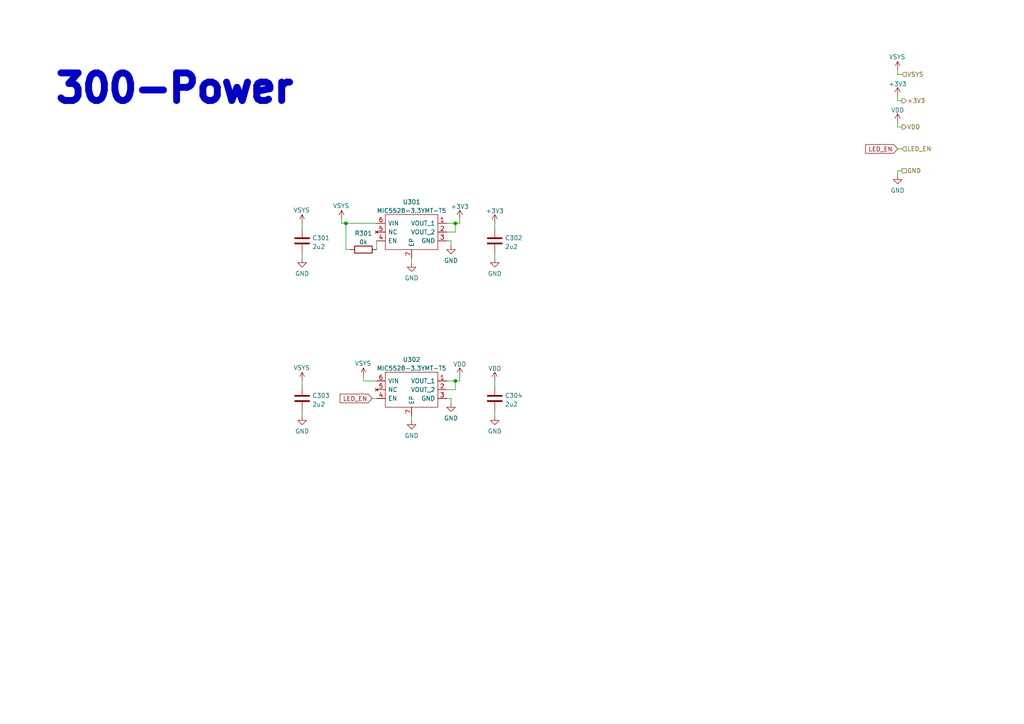
<source format=kicad_sch>
(kicad_sch (version 20211123) (generator eeschema)
  (paper "A4")
  (lib_symbols
    (symbol "Component lib:C" (pin_numbers hide) (pin_names (offset 0.254))
      (property "Reference" "C" (at 0.635 -1.27 0))
      (property "Value" "C" (at 0.635 -6.35 0))
      (symbol "C_0_1"
        (polyline (pts (xy -2.032 -4.572) (xy 2.032 -4.572)) (stroke (width 0.508)))
        (polyline (pts (xy -2.032 -3.048) (xy 2.032 -3.048)) (stroke (width 0.508)))
      )
      (symbol "C_1_1"
        (pin passive line (at 0 0 270) (length 2.794) (name "~") (number "1"))
        (pin passive line (at 0 -7.62 90) (length 2.794) (name "~") (number "2"))
      )
    )
    (symbol "Component lib:MIC5528-3.3YMT-T5" (pin_names (offset 0.762))
      (property "Reference" "U" (at 2.54 5.08 0))
      (property "Value" "MIC5528-3.3YMT-T5" (at 12.7 5.08 0))
      (symbol "MIC5528-3.3YMT-T5_0_0"
        (pin passive line (at 20.32 0 180) (length 2.54) (name "VOUT_1") (number "1"))
        (pin passive line (at 20.32 -2.54 180) (length 2.54) (name "VOUT_2") (number "2"))
        (pin passive line (at 20.32 -5.08 180) (length 2.54) (name "GND") (number "3"))
        (pin passive line (at 0 -5.08 0) (length 2.54) (name "EN") (number "4"))
        (pin no_connect line (at 0 -2.54 0) (length 2.54) (name "NC") (number "5"))
        (pin passive line (at 0 0 0) (length 2.54) (name "VIN") (number "6"))
        (pin passive line (at 10.16 -10.16 90) (length 2.54) (name "EP") (number "7"))
      )
      (symbol "MIC5528-3.3YMT-T5_0_1"
        (rectangle (start 2.54 2.54) (end 17.78 -7.62) (stroke (width 0.1524)))
      )
    )
    (symbol "Component lib:R" (pin_numbers hide) (pin_names (offset 0))
      (property "Reference" "R" (at 2.032 -3.81 90))
      (property "Value" "R" (at 0 -3.81 90))
      (symbol "R_0_1"
        (rectangle (start -1.016 -6.35) (end 1.016 -1.27) (stroke (width 0.254)))
      )
      (symbol "R_1_1"
        (pin passive line (at 0 0 270) (length 1.27) (name "~") (number "1"))
        (pin passive line (at 0 -7.62 90) (length 1.27) (name "~") (number "2"))
      )
    )
    (symbol "Component_lib:VSYS" (power) (pin_numbers hide) (in_bom no) (on_board no)
      (property "Value" "VSYS" (at 0 3.81 0))
      (symbol "VSYS_0_0"
        (pin passive line (at 0 0 90) (length 2.54) hide (name "") (number ""))
      )
      (symbol "VSYS_0_1"
        (polyline (pts (xy 0 0) (xy 0 2.54) (xy 0.635 1.27) (xy 0 2.54) (xy -0.635 1.27)) (stroke (width 0.1524)))
      )
    )
    (symbol "power:+3V3" (power) (pin_names (offset 0))
      (property "Value" "+3V3" (at 0 3.556 0))
      (symbol "+3V3_0_1"
        (polyline (pts (xy -0.762 1.27) (xy 0 2.54)))
        (polyline (pts (xy 0 0) (xy 0 2.54)))
        (polyline (pts (xy 0 2.54) (xy 0.762 1.27)))
      )
      (symbol "+3V3_1_1"
        (pin power_in line (at 0 0 90) (length 0) hide (name "+3V3") (number "1"))
      )
    )
    (symbol "power:GND" (power) (pin_names (offset 0))
      (property "Value" "GND" (at 0 -3.81 0))
      (symbol "GND_0_1"
        (polyline (pts (xy 0 0) (xy 0 -1.27) (xy 1.27 -1.27) (xy 0 -2.54) (xy -1.27 -1.27) (xy 0 -1.27)))
      )
      (symbol "GND_1_1"
        (pin power_in line (at 0 0 270) (length 0) hide (name "GND") (number "1"))
      )
    )
    (symbol "power:VDD" (power) (pin_names (offset 0))
      (property "Value" "VDD" (at 0 3.81 0))
      (symbol "VDD_0_1"
        (polyline (pts (xy -0.762 1.27) (xy 0 2.54)))
        (polyline (pts (xy 0 0) (xy 0 2.54)))
        (polyline (pts (xy 0 2.54) (xy 0.762 1.27)))
      )
      (symbol "VDD_1_1"
        (pin power_in line (at 0 0 90) (length 0) hide (name "VDD") (number "1"))
      )
    )
  )
  (junction (at 132.08 64.77))
  (junction (at 132.08 110.49))
  (junction (at 100.33 64.77))
  (wire (pts (xy 129.54 69.85) (xy 130.81 69.85)))
  (wire (pts (xy 260.35 29.21) (xy 261.62 29.21)))
  (wire (pts (xy 87.63 64.77) (xy 87.63 66.04)))
  (wire (pts (xy 133.35 63.5) (xy 133.35 64.77)))
  (wire (pts (xy 132.08 67.31) (xy 129.54 67.31)))
  (wire (pts (xy 143.51 110.49) (xy 143.51 111.76)))
  (wire (pts (xy 130.81 69.85) (xy 130.81 71.12)))
  (wire (pts (xy 109.22 72.39) (xy 109.22 69.85)))
  (wire (pts (xy 87.63 73.66) (xy 87.63 74.93)))
  (wire (pts (xy 99.06 63.5) (xy 99.06 64.77)))
  (wire (pts (xy 130.81 115.57) (xy 130.81 116.84)))
  (wire (pts (xy 260.35 49.53) (xy 261.62 49.53)))
  (wire (pts (xy 100.33 64.77) (xy 109.22 64.77)))
  (wire (pts (xy 100.33 64.77) (xy 99.06 64.77)))
  (wire (pts (xy 133.35 110.49) (xy 132.08 110.49)))
  (wire (pts (xy 129.54 64.77) (xy 132.08 64.77)))
  (wire (pts (xy 133.35 64.77) (xy 132.08 64.77)))
  (wire (pts (xy 260.35 20.32) (xy 260.35 21.59)))
  (wire (pts (xy 143.51 64.77) (xy 143.51 66.04)))
  (wire (pts (xy 132.08 64.77) (xy 132.08 67.31)))
  (wire (pts (xy 87.63 119.38) (xy 87.63 120.65)))
  (wire (pts (xy 119.38 120.65) (xy 119.38 121.92)))
  (wire (pts (xy 143.51 73.66) (xy 143.51 74.93)))
  (wire (pts (xy 87.63 110.49) (xy 87.63 111.76)))
  (wire (pts (xy 132.08 110.49) (xy 132.08 113.03)))
  (wire (pts (xy 105.41 110.49) (xy 109.22 110.49)))
  (wire (pts (xy 260.35 50.8) (xy 260.35 49.53)))
  (wire (pts (xy 260.35 36.83) (xy 261.62 36.83)))
  (wire (pts (xy 260.35 43.18) (xy 261.62 43.18)))
  (wire (pts (xy 133.35 109.22) (xy 133.35 110.49)))
  (wire (pts (xy 143.51 119.38) (xy 143.51 120.65)))
  (wire (pts (xy 260.35 21.59) (xy 261.62 21.59)))
  (wire (pts (xy 100.33 72.39) (xy 100.33 64.77)))
  (wire (pts (xy 260.35 27.94) (xy 260.35 29.21)))
  (wire (pts (xy 132.08 113.03) (xy 129.54 113.03)))
  (wire (pts (xy 107.95 115.57) (xy 109.22 115.57)))
  (wire (pts (xy 129.54 115.57) (xy 130.81 115.57)))
  (wire (pts (xy 101.6 72.39) (xy 100.33 72.39)))
  (wire (pts (xy 105.41 109.22) (xy 105.41 110.49)))
  (wire (pts (xy 129.54 110.49) (xy 132.08 110.49)))
  (wire (pts (xy 260.35 35.56) (xy 260.35 36.83)))
  (wire (pts (xy 119.38 74.93) (xy 119.38 76.2)))
  (text "300-Power\n" (at 15.24 30.48 0) (effects (font (size 8 8) (thickness 3) bold) (justify left bottom)))
  (global_label "LED_EN" (shape input) (at 260.35 43.18 180) (property "Intersheet References" "${INTERSHEET_REFS}" (effects hide)))
  (global_label "LED_EN" (shape input) (at 107.95 115.57 180) (property "Intersheet References" "${INTERSHEET_REFS}" (effects hide)))
  (hierarchical_label "VDD" (shape output) (at 261.62 36.83 0))
  (hierarchical_label "+3V3" (shape output) (at 261.62 29.21 0))
  (hierarchical_label "VSYS" (shape input) (at 261.62 21.59 0))
  (hierarchical_label "GND" (shape passive) (at 261.62 49.53 0))
  (hierarchical_label "LED_EN" (shape input) (at 261.62 43.18 0))
  (symbol (lib_id "power:GND") (at 260.35 50.8 0) (unit 1)
    (property "Reference" "#PWR0303" (effects hide))
    (property "Value" "GND" (at 260.35 55.2434 0))
  )
  (symbol (lib_id "power:+3V3") (at 143.51 64.77 0) (unit 1)
    (property "Reference" "#PWR0305" (effects hide))
    (property "Value" "+3V3" (at 143.51 61.1942 0))
  )
  (symbol (lib_id "power:VDD") (at 133.35 109.22 0) (unit 1)
    (property "Reference" "#PWR0310" (effects hide))
    (property "Value" "VDD" (at 133.35 105.6442 0))
  )
  (symbol (lib_id "Component lib:MIC5528-3.3YMT-T5") (at 109.22 110.49 0) (unit 1)
    (property "Reference" "U302" (at 119.38 104.301 0))
    (property "Value" "MIC5528-3.3YMT-T5" (at 119.38 106.8379 0))
    (property "Footprint" "Component_lib:SON40P120X120X60-7N-D" (effects hide))
    (property "Datasheet" "https://www.mouser.ch/datasheet/2/268/MIC5528_High_Performance_500mA_LDO_in_Thin_and_Ext-1891284.pdf" (effects hide))
    (property "Description" "LDO Voltage Regulators Single, 500mA LDO w/ Auto Discharge & Internal Enable Pulldown" (effects hide))
    (property "Height" "0.6" (effects hide))
    (property "Mouser Part Number" "998-MIC5528-3.3YMTT5" (effects hide))
    (property "Mouser Price/Stock" "https://www.mouser.co.uk/ProductDetail/Microchip-Technology/MIC5528-33YMT-T5?qs=U6T8BxXiZAUrsVLummtswg%3D%3D" (effects hide))
    (property "Manufacturer_Name" "Microchip" (effects hide))
    (property "Manufacturer_Part_Number" "MIC5528-3.3YMT-T5" (effects hide))
  )
  (symbol (lib_id "power:+3V3") (at 260.35 27.94 0) (unit 1)
    (property "Reference" "#PWR0301" (effects hide))
    (property "Value" "+3V3" (at 260.35 24.3642 0))
  )
  (symbol (lib_id "Component_lib:VSYS") (at 87.63 64.77 0) (unit 1) (in_bom no) (on_board no)
    (property "Reference" "VSYS0303" (effects hide))
    (property "Value" "VSYS" (at 85.09 60.96 0) (effects (justify left)))
  )
  (symbol (lib_id "power:GND") (at 119.38 121.92 0) (unit 1)
    (property "Reference" "#PWR0315" (effects hide))
    (property "Value" "GND" (at 119.38 126.3634 0))
  )
  (symbol (lib_id "power:VDD") (at 260.35 35.56 0) (unit 1)
    (property "Reference" "#PWR0302" (effects hide))
    (property "Value" "VDD" (at 260.35 31.9842 0))
  )
  (symbol (lib_id "power:GND") (at 87.63 74.93 0) (unit 1)
    (property "Reference" "#PWR0307" (effects hide))
    (property "Value" "GND" (at 87.63 79.3734 0))
  )
  (symbol (lib_id "power:GND") (at 143.51 120.65 0) (unit 1)
    (property "Reference" "#PWR0314" (effects hide))
    (property "Value" "GND" (at 143.51 125.0934 0))
  )
  (symbol (lib_id "Component lib:C") (at 143.51 111.76 0) (unit 1)
    (property "Reference" "C304" (at 146.431 114.7353 0) (effects (justify left)))
    (property "Value" "2u2" (at 146.431 117.2722 0) (effects (justify left)))
    (property "Footprint" "Capacitor_SMD:C_0603_1608Metric" (effects hide))
  )
  (symbol (lib_id "power:GND") (at 143.51 74.93 0) (unit 1)
    (property "Reference" "#PWR0308" (effects hide))
    (property "Value" "GND" (at 143.51 79.3734 0))
  )
  (symbol (lib_id "Component_lib:VSYS") (at 260.35 20.32 0) (unit 1) (in_bom no) (on_board no)
    (property "Reference" "VSYS0301" (effects hide))
    (property "Value" "VSYS" (at 257.81 16.51 0) (effects (justify left)))
  )
  (symbol (lib_id "Component_lib:VSYS") (at 87.63 110.49 0) (unit 1) (in_bom no) (on_board no)
    (property "Reference" "VSYS0305" (effects hide))
    (property "Value" "VSYS" (at 85.09 106.68 0) (effects (justify left)))
  )
  (symbol (lib_id "Component_lib:VSYS") (at 105.41 109.22 0) (unit 1) (in_bom no) (on_board no)
    (property "Reference" "VSYS0304" (effects hide))
    (property "Value" "VSYS" (at 102.87 105.41 0) (effects (justify left)))
  )
  (symbol (lib_id "Component lib:MIC5528-3.3YMT-T5") (at 109.22 64.77 0) (unit 1)
    (property "Reference" "U301" (at 119.38 58.581 0))
    (property "Value" "MIC5528-3.3YMT-T5" (at 119.38 61.1179 0))
    (property "Footprint" "Component_lib:SON40P120X120X60-7N-D" (effects hide))
    (property "Datasheet" "https://www.mouser.ch/datasheet/2/268/MIC5528_High_Performance_500mA_LDO_in_Thin_and_Ext-1891284.pdf" (effects hide))
    (property "Description" "LDO Voltage Regulators Single, 500mA LDO w/ Auto Discharge & Internal Enable Pulldown" (effects hide))
    (property "Height" "0.6" (effects hide))
    (property "Mouser Part Number" "998-MIC5528-3.3YMTT5" (effects hide))
    (property "Mouser Price/Stock" "https://www.mouser.co.uk/ProductDetail/Microchip-Technology/MIC5528-33YMT-T5?qs=U6T8BxXiZAUrsVLummtswg%3D%3D" (effects hide))
    (property "Manufacturer_Name" "Microchip" (effects hide))
    (property "Manufacturer_Part_Number" "MIC5528-3.3YMT-T5" (effects hide))
  )
  (symbol (lib_id "power:GND") (at 130.81 116.84 0) (unit 1)
    (property "Reference" "#PWR0312" (effects hide))
    (property "Value" "GND" (at 130.81 121.2834 0))
  )
  (symbol (lib_id "Component_lib:VSYS") (at 99.06 63.5 0) (unit 1) (in_bom no) (on_board no)
    (property "Reference" "VSYS0302" (effects hide))
    (property "Value" "VSYS" (at 96.52 59.69 0) (effects (justify left)))
  )
  (symbol (lib_id "Component lib:C") (at 143.51 66.04 0) (unit 1)
    (property "Reference" "C302" (at 146.431 69.0153 0) (effects (justify left)))
    (property "Value" "2u2" (at 146.431 71.5522 0) (effects (justify left)))
    (property "Footprint" "Capacitor_SMD:C_0603_1608Metric" (effects hide))
  )
  (symbol (lib_id "Component lib:R") (at 101.6 72.39 90) (unit 1)
    (property "Reference" "R301" (at 105.41 67.6742 90))
    (property "Value" "0k" (at 105.41 70.2111 90))
    (property "Footprint" "Resistor_SMD:R_0201_0603Metric" (effects hide))
  )
  (symbol (lib_id "Component lib:C") (at 87.63 66.04 0) (unit 1)
    (property "Reference" "C301" (at 90.551 69.0153 0) (effects (justify left)))
    (property "Value" "2u2" (at 90.551 71.5522 0) (effects (justify left)))
    (property "Footprint" "Capacitor_SMD:C_0603_1608Metric" (effects hide))
  )
  (symbol (lib_id "power:GND") (at 130.81 71.12 0) (unit 1)
    (property "Reference" "#PWR0306" (effects hide))
    (property "Value" "GND" (at 130.81 75.5634 0))
  )
  (symbol (lib_id "power:GND") (at 87.63 120.65 0) (unit 1)
    (property "Reference" "#PWR0313" (effects hide))
    (property "Value" "GND" (at 87.63 125.0934 0))
  )
  (symbol (lib_id "power:VDD") (at 143.51 110.49 0) (unit 1)
    (property "Reference" "#PWR0311" (effects hide))
    (property "Value" "VDD" (at 143.51 106.9142 0))
  )
  (symbol (lib_id "Component lib:C") (at 87.63 111.76 0) (unit 1)
    (property "Reference" "C303" (at 90.551 114.7353 0) (effects (justify left)))
    (property "Value" "2u2" (at 90.551 117.2722 0) (effects (justify left)))
    (property "Footprint" "Capacitor_SMD:C_0603_1608Metric" (effects hide))
  )
  (symbol (lib_id "power:+3V3") (at 133.35 63.5 0) (unit 1)
    (property "Reference" "#PWR0304" (effects hide))
    (property "Value" "+3V3" (at 133.35 59.9242 0))
  )
  (symbol (lib_id "power:GND") (at 119.38 76.2 0) (unit 1)
    (property "Reference" "#PWR0309" (effects hide))
    (property "Value" "GND" (at 119.38 80.6434 0))
  )
)
</source>
